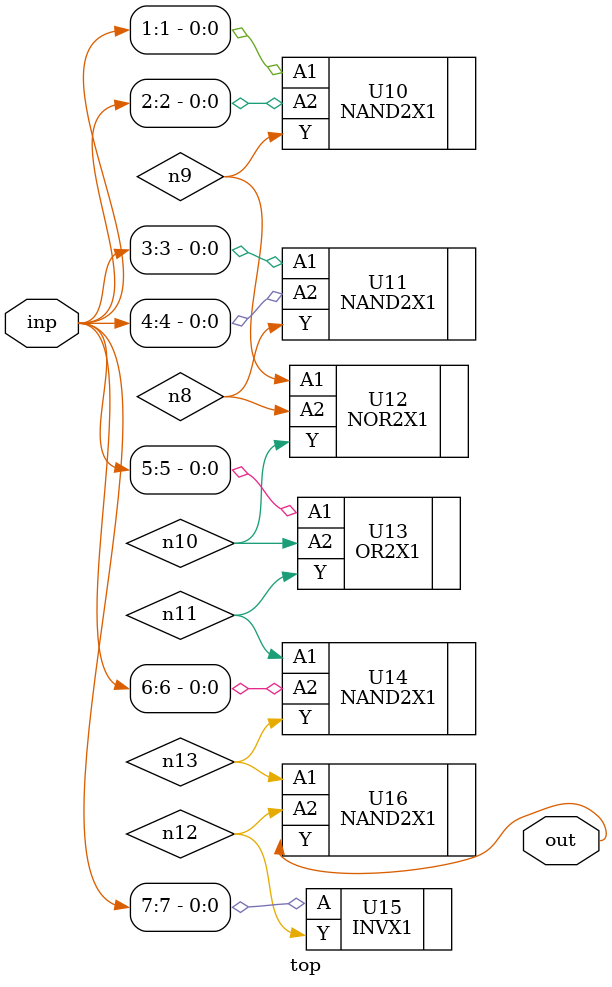
<source format=sv>


module top ( inp, out );
  input [7:0] inp;
  output out;
  wire   n8, n9, n10, n11, n12, n13;

  NAND2X1 U10 ( .A1(inp[1]), .A2(inp[2]), .Y(n9) );
  NAND2X1 U11 ( .A1(inp[3]), .A2(inp[4]), .Y(n8) );
  NOR2X1 U12 ( .A1(n9), .A2(n8), .Y(n10) );
  OR2X1 U13 ( .A1(inp[5]), .A2(n10), .Y(n11) );
  NAND2X1 U14 ( .A1(n11), .A2(inp[6]), .Y(n13) );
  INVX1 U15 ( .A(inp[7]), .Y(n12) );
  NAND2X1 U16 ( .A1(n13), .A2(n12), .Y(out) );
endmodule


</source>
